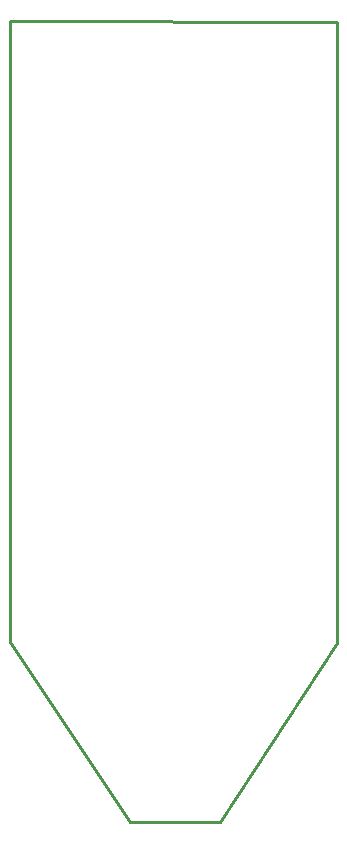
<source format=gbr>
G04 EAGLE Gerber RS-274X export*
G75*
%MOMM*%
%FSLAX34Y34*%
%LPD*%
%IN*%
%IPPOS*%
%AMOC8*
5,1,8,0,0,1.08239X$1,22.5*%
G01*
%ADD10C,0.254000*%


D10*
X114300Y254000D02*
X215900Y101600D01*
X292100Y101600D01*
X391670Y253240D01*
X391670Y779680D01*
X114300Y779780D01*
X114300Y254000D01*
M02*

</source>
